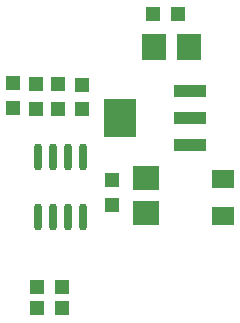
<source format=gbr>
G04*
G04 #@! TF.GenerationSoftware,Altium Limited,Altium Designer,24.2.2 (26)*
G04*
G04 Layer_Color=128*
%FSLAX44Y44*%
%MOMM*%
G71*
G04*
G04 #@! TF.SameCoordinates,A69A520D-3C44-4C1A-B5D4-BA9765A151AF*
G04*
G04*
G04 #@! TF.FilePolarity,Positive*
G04*
G01*
G75*
%ADD15R,1.2000X1.2000*%
%ADD50R,1.2000X1.2000*%
%ADD51R,1.9000X1.5000*%
%ADD52R,2.2000X2.0000*%
%ADD53R,2.0000X2.2000*%
%ADD54R,2.7000X1.0000*%
%ADD55R,2.7000X3.3000*%
%ADD56O,0.7000X2.3000*%
D15*
X167640Y206416D02*
D03*
Y227416D02*
D03*
X193040Y125644D02*
D03*
Y146644D02*
D03*
X109220Y207550D02*
D03*
Y228550D02*
D03*
X147858Y228060D02*
D03*
Y207060D02*
D03*
X128539Y228060D02*
D03*
X128539Y207060D02*
D03*
D50*
X151080Y55880D02*
D03*
X130080D02*
D03*
X151080Y38100D02*
D03*
X130080D02*
D03*
X249006Y287020D02*
D03*
X228006D02*
D03*
D51*
X287020Y116580D02*
D03*
Y147580D02*
D03*
D52*
X222250Y118350D02*
D03*
Y148350D02*
D03*
D53*
X258630Y259080D02*
D03*
X228630D02*
D03*
D54*
X259370Y222390D02*
D03*
Y199390D02*
D03*
Y176390D02*
D03*
D55*
X200370Y199390D02*
D03*
D56*
X168910Y115470D02*
D03*
X156210D02*
D03*
X143510D02*
D03*
X130810D02*
D03*
X168910Y166470D02*
D03*
X156210D02*
D03*
X143510D02*
D03*
X130810D02*
D03*
M02*

</source>
